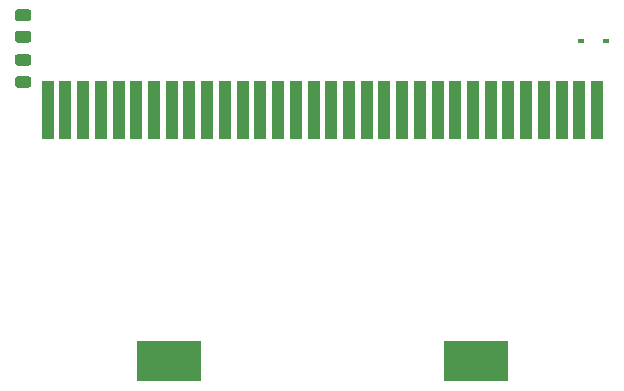
<source format=gtp>
%TF.GenerationSoftware,KiCad,Pcbnew,(5.1.10-1-10_14)*%
%TF.CreationDate,2023-08-18T21:43:18+08:00*%
%TF.ProjectId,GB_MemoryBackup_Subboard_A,47425f4d-656d-46f7-9279-4261636b7570,1.1*%
%TF.SameCoordinates,Original*%
%TF.FileFunction,Paste,Top*%
%TF.FilePolarity,Positive*%
%FSLAX46Y46*%
G04 Gerber Fmt 4.6, Leading zero omitted, Abs format (unit mm)*
G04 Created by KiCad (PCBNEW (5.1.10-1-10_14)) date 2023-08-18 21:43:18*
%MOMM*%
%LPD*%
G01*
G04 APERTURE LIST*
%ADD10R,0.600000X0.450000*%
%ADD11R,5.500000X3.500000*%
%ADD12R,1.000000X5.000000*%
G04 APERTURE END LIST*
%TO.C,R1*%
G36*
G01*
X144595001Y-85325000D02*
X143694999Y-85325000D01*
G75*
G02*
X143445000Y-85075001I0J249999D01*
G01*
X143445000Y-84549999D01*
G75*
G02*
X143694999Y-84300000I249999J0D01*
G01*
X144595001Y-84300000D01*
G75*
G02*
X144845000Y-84549999I0J-249999D01*
G01*
X144845000Y-85075001D01*
G75*
G02*
X144595001Y-85325000I-249999J0D01*
G01*
G37*
G36*
G01*
X144595001Y-87150000D02*
X143694999Y-87150000D01*
G75*
G02*
X143445000Y-86900001I0J249999D01*
G01*
X143445000Y-86374999D01*
G75*
G02*
X143694999Y-86125000I249999J0D01*
G01*
X144595001Y-86125000D01*
G75*
G02*
X144845000Y-86374999I0J-249999D01*
G01*
X144845000Y-86900001D01*
G75*
G02*
X144595001Y-87150000I-249999J0D01*
G01*
G37*
%TD*%
%TO.C,LED1*%
G36*
G01*
X144601250Y-89085000D02*
X143688750Y-89085000D01*
G75*
G02*
X143445000Y-88841250I0J243750D01*
G01*
X143445000Y-88353750D01*
G75*
G02*
X143688750Y-88110000I243750J0D01*
G01*
X144601250Y-88110000D01*
G75*
G02*
X144845000Y-88353750I0J-243750D01*
G01*
X144845000Y-88841250D01*
G75*
G02*
X144601250Y-89085000I-243750J0D01*
G01*
G37*
G36*
G01*
X144601250Y-90960000D02*
X143688750Y-90960000D01*
G75*
G02*
X143445000Y-90716250I0J243750D01*
G01*
X143445000Y-90228750D01*
G75*
G02*
X143688750Y-89985000I243750J0D01*
G01*
X144601250Y-89985000D01*
G75*
G02*
X144845000Y-90228750I0J-243750D01*
G01*
X144845000Y-90716250D01*
G75*
G02*
X144601250Y-90960000I-243750J0D01*
G01*
G37*
%TD*%
D10*
%TO.C,D1*%
X191355000Y-86995000D03*
X193455000Y-86995000D03*
%TD*%
D11*
%TO.C,J2*%
X156480000Y-114090000D03*
X182480000Y-114090000D03*
D12*
X146230000Y-92840000D03*
X147730000Y-92840000D03*
X149230000Y-92840000D03*
X150730000Y-92840000D03*
X152230000Y-92840000D03*
X153730000Y-92840000D03*
X155230000Y-92840000D03*
X156730000Y-92840000D03*
X158230000Y-92840000D03*
X159730000Y-92840000D03*
X161230000Y-92840000D03*
X162730000Y-92840000D03*
X164230000Y-92840000D03*
X165730000Y-92840000D03*
X167230000Y-92840000D03*
X168730000Y-92840000D03*
X170230000Y-92840000D03*
X171730000Y-92840000D03*
X173230000Y-92840000D03*
X174730000Y-92840000D03*
X176230000Y-92840000D03*
X177730000Y-92840000D03*
X179230000Y-92840000D03*
X180730000Y-92840000D03*
X182230000Y-92840000D03*
X183730000Y-92840000D03*
X185230000Y-92840000D03*
X186730000Y-92840000D03*
X188230000Y-92840000D03*
X189730000Y-92840000D03*
X191230000Y-92840000D03*
X192730000Y-92840000D03*
%TD*%
M02*

</source>
